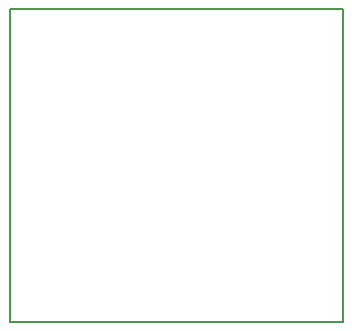
<source format=gko>
G04*
G04 #@! TF.GenerationSoftware,Altium Limited,Altium Designer,18.1.9 (240)*
G04*
G04 Layer_Color=16711935*
%FSAX25Y25*%
%MOIN*%
G70*
G01*
G75*
%ADD10C,0.00787*%
D10*
X0506400Y0275400D02*
X0561900D01*
X0506100Y0275100D02*
X0506400Y0275400D01*
X0506100Y0171000D02*
Y0275100D01*
Y0171000D02*
X0617100D01*
Y0275400D01*
X0561900D02*
X0617100D01*
M02*

</source>
